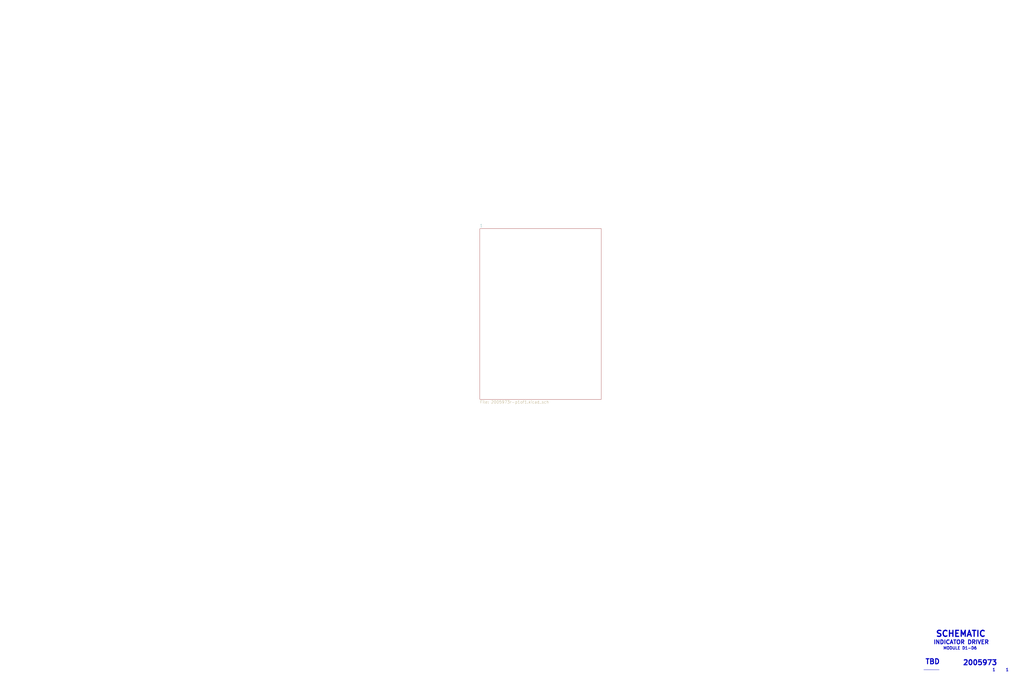
<source format=kicad_sch>
(kicad_sch (version 20211123) (generator eeschema)
  (paper "User" 1295.4 863.6)
  (lib_symbols)
  (polyline (pts (xy 1168.654 847.8012) (xy 1188.0596 847.8012)) (stroke (width 0.381) (type solid)))
  (polyline (pts (xy 1188.0596 847.8012) (xy 1188.0596 847.852)) (stroke (width 0) (type solid)))
  (text "1" (at 1272.032 850.138 0) (effects (font (size 3.556 3.556) (thickness 0.7112) bold) (justify left bottom)))
  (text "1" (at 1254.6076 848.8172 0) (effects (font (size 0 0)) (justify left bottom)))
  (text "2005973" (at 1217.7776 842.6196 0) (effects (font (size 6.35 6.35) (thickness 1.27) bold) (justify left bottom)))
  (text "INDICATOR DRIVER" (at 1180.592 816.0004 0) (effects (font (size 5.08 5.08) (thickness 1.016) bold) (justify left bottom)))
  (text "SCHEMATIC" (at 1183.4368 806.8564 0) (effects (font (size 7.62 7.62) (thickness 1.524) bold) (justify left bottom)))
  (text "MODULE D1-D6" (at 1192.9872 822.706 0) (effects (font (size 3.556 3.556) (thickness 0.7112) bold) (justify left bottom)))
  (text "1" (at 1255.1664 850.138 0) (effects (font (size 3.556 3.556) (thickness 0.7112) bold) (justify left bottom)))
  (text "TBD" (at 1189.355 841.375 180) (effects (font (size 6.35 6.35) (thickness 1.27) bold) (justify right bottom)))
  (sheet (at 607.06 289.56) (size 153.67 215.9)
    (property "Sheet name" "1" (at 607.06 287.7054 0) (effects (font (size 3.556 3.556)) (justify left bottom)))
    (property "Sheet file" "2005973r-p1of1.kicad_sch" (at 607.06 506.959 0) (effects (font (size 3.556 3.556)) (justify left top)))
  )
)
</source>
